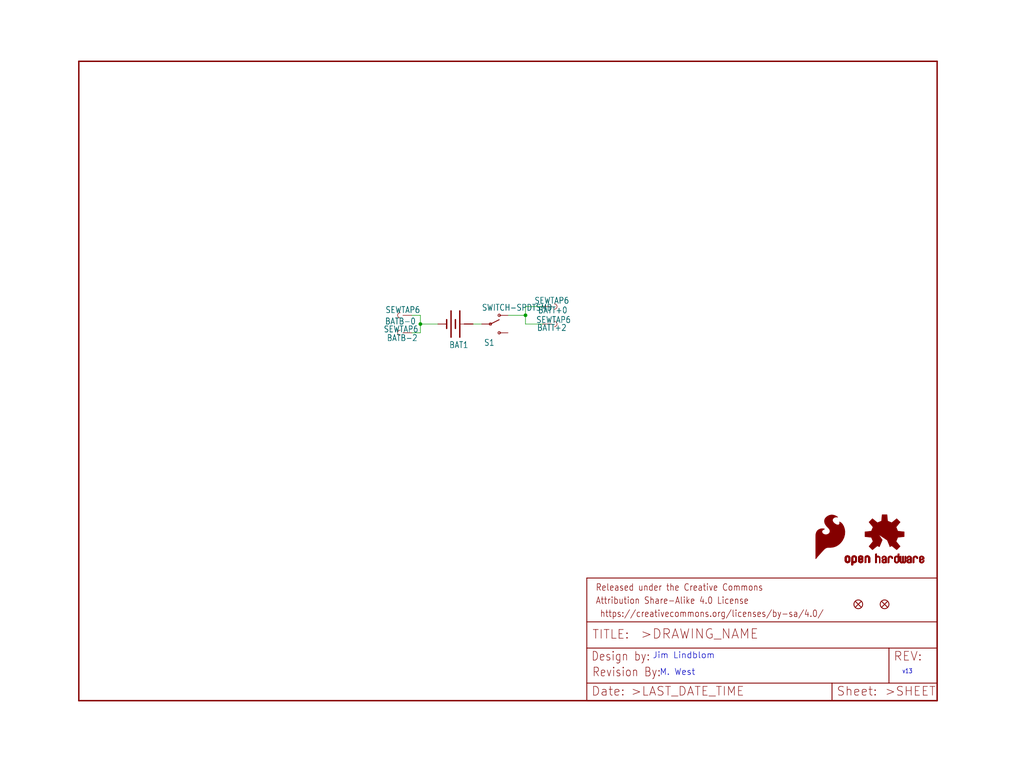
<source format=kicad_sch>
(kicad_sch (version 20211123) (generator eeschema)
  (paper "User" 297.002 223.926)
  (lib_symbols
    (symbol "eagleSchem-eagle-import:BATTERY20MM_4LEGS"
      (property "Reference" "BAT" (at -3.81 5.08 0))
      (property "Value" "BATTERY20MM_4LEGS" (at -3.81 -6.35 0))
      (symbol "BATTERY20MM_4LEGS_1_0"
        (pin power_in line (at 5.08 0 180) (length 2.54) (name "-") (number "NEGATIVE"))
        (pin power_in line (at -5.08 0 0) (length 2.54) (name "+") (number "POSITIVE@1"))
        (pin power_in line (at -5.08 0 0) (length 2.54) (name "+") (number "POSITIVE@2"))
        (pin power_in line (at -5.08 0 0) (length 2.54) (name "+") (number "POSITIVE@3"))
        (pin power_in line (at -5.08 0 0) (length 2.54) (name "+") (number "POSITIVE@4"))
      )
    )
    (symbol "eagleSchem-eagle-import:FIDUCIALUFIDUCIAL")
    (symbol "eagleSchem-eagle-import:FRAME-LETTER"
      (symbol "FRAME-LETTER_2_0"
        (text " https://creativecommons.org/licenses/by-sa/4.0/" (at 2.54 24.13 0) (effects (font (size 1.9304 1.6408)) (justify left bottom)))
        (text ">DRAWING_NAME" (at 15.494 17.78 0) (effects (font (size 2.7432 2.7432)) (justify left bottom)))
        (text ">LAST_DATE_TIME" (at 12.7 1.27 0) (effects (font (size 2.54 2.54)) (justify left bottom)))
        (text ">SHEET" (at 86.36 1.27 0) (effects (font (size 2.54 2.54)) (justify left bottom)))
        (text "Attribution Share-Alike 4.0 License" (at 2.54 27.94 0) (effects (font (size 1.9304 1.6408)) (justify left bottom)))
        (text "Date:" (at 1.27 1.27 0) (effects (font (size 2.54 2.54)) (justify left bottom)))
        (text "Design by:" (at 1.27 11.43 0) (effects (font (size 2.54 2.159)) (justify left bottom)))
        (text "Released under the Creative Commons" (at 2.54 31.75 0) (effects (font (size 1.9304 1.6408)) (justify left bottom)))
        (text "REV:" (at 88.9 11.43 0) (effects (font (size 2.54 2.54)) (justify left bottom)))
        (text "Sheet:" (at 72.39 1.27 0) (effects (font (size 2.54 2.54)) (justify left bottom)))
        (text "TITLE:" (at 1.524 17.78 0) (effects (font (size 2.54 2.54)) (justify left bottom)))
      )
    )
    (symbol "eagleSchem-eagle-import:OSHW-LOGOS")
    (symbol "eagleSchem-eagle-import:REVISION"
      (symbol "REVISION_1_0"
        (text "Revision By: " (at 0 0 0) (effects (font (size 2.54 2.159)) (justify left bottom)))
      )
    )
    (symbol "eagleSchem-eagle-import:SEWTAP6"
      (property "Reference" "JP" (at -2.54 2.54 0))
      (property "Value" "SEWTAP6" (at -2.54 -5.08 0))
      (symbol "SEWTAP6_1_0"
        (pin bidirectional line (at -2.54 0 180) (length 0) (name "1") (number "1"))
      )
    )
    (symbol "eagleSchem-eagle-import:SFE_LOGO_FLAME.1_INCH")
    (symbol "eagleSchem-eagle-import:SWITCH-SPDTSMD"
      (property "Reference" "S" (at -1.905 -6.35 0))
      (property "Value" "SWITCH-SPDTSMD" (at -2.54 3.81 0))
      (symbol "SWITCH-SPDTSMD_1_0"
        (pin passive line (at 5.08 2.54 180) (length 2.54) (name "O") (number "1"))
        (pin passive line (at -2.54 0 0) (length 2.54) (name "P") (number "2"))
        (pin passive line (at 5.08 -2.54 180) (length 2.54) (name "S") (number "3"))
      )
    )
  )
  (junction (at 121.92 93.98))
  (junction (at 152.4 91.44))
  (wire (pts (xy 157.48 93.98) (xy 152.4 93.98)))
  (wire (pts (xy 152.4 93.98) (xy 152.4 91.44)))
  (wire (pts (xy 121.92 93.98) (xy 121.92 96.52)))
  (wire (pts (xy 121.92 91.44) (xy 121.92 93.98)))
  (wire (pts (xy 127 93.98) (xy 121.92 93.98)))
  (wire (pts (xy 121.92 96.52) (xy 119.38 96.52)))
  (wire (pts (xy 137.16 93.98) (xy 139.7 93.98)))
  (wire (pts (xy 152.4 88.9) (xy 157.48 88.9)))
  (wire (pts (xy 119.38 91.44) (xy 121.92 91.44)))
  (wire (pts (xy 147.32 91.44) (xy 152.4 91.44)))
  (wire (pts (xy 152.4 91.44) (xy 152.4 88.9)))
  (text "Jim Lindblom" (at 189.23 191.262 180) (effects (font (size 1.778 1.778)) (justify left bottom)))
  (text "v13" (at 261.62 195.58 180) (effects (font (size 1.27 1.0795)) (justify left bottom)))
  (text "M. West" (at 191.262 196.088 180) (effects (font (size 1.778 1.778)) (justify left bottom)))
  (symbol (lib_id "eagleSchem-eagle-import:SFE_LOGO_FLAME.1_INCH") (at 236.22 162.56 0) (unit 1)
    (property "Reference" "LOGO1" (effects hide))
    (property "Value" "SFE_LOGO_FLAME.1_INCH" (effects hide))
    (property "Footprint" "eagleSchem:SFE_LOGO_FLAME_.1" (effects hide))
  )
  (symbol (lib_id "eagleSchem-eagle-import:FRAME-LETTER") (at 22.86 203.2 0) (unit 1)
    (property "Reference" "FRAME1" (effects hide))
    (property "Value" "FRAME-LETTER" (effects hide))
    (property "Footprint" "eagleSchem:CREATIVE_COMMONS" (effects hide))
  )
  (symbol (lib_id "eagleSchem-eagle-import:SEWTAP6") (at 116.84 96.52 180) (unit 1)
    (property "Reference" "BATB-2" (at 121.158 97.028 0) (effects (font (size 1.778 1.5113)) (justify left bottom)))
    (property "Value" "SEWTAP6" (at 121.412 94.488 0) (effects (font (size 1.778 1.5113)) (justify left bottom)))
    (property "Footprint" "eagleSchem:PETAL-SMALL-2SIDE" (effects hide))
  )
  (symbol (lib_id "eagleSchem-eagle-import:FIDUCIALUFIDUCIAL") (at 256.54 175.26 0) (unit 1)
    (property "Reference" "FD2" (effects hide))
    (property "Value" "FIDUCIALUFIDUCIAL" (effects hide))
    (property "Footprint" "eagleSchem:MICRO-FIDUCIAL" (effects hide))
  )
  (symbol (lib_id "eagleSchem-eagle-import:SEWTAP6") (at 160.02 88.9 0) (unit 1)
    (property "Reference" "BATT+0" (at 155.956 90.932 0) (effects (font (size 1.778 1.5113)) (justify left bottom)))
    (property "Value" "SEWTAP6" (at 154.94 88.138 0) (effects (font (size 1.778 1.5113)) (justify left bottom)))
    (property "Footprint" "eagleSchem:PETAL-SMALL-2SIDE" (effects hide))
  )
  (symbol (lib_id "eagleSchem-eagle-import:SEWTAP6") (at 160.02 93.98 0) (unit 1)
    (property "Reference" "BATT+2" (at 155.702 96.012 0) (effects (font (size 1.778 1.5113)) (justify left bottom)))
    (property "Value" "SEWTAP6" (at 155.448 93.726 0) (effects (font (size 1.778 1.5113)) (justify left bottom)))
    (property "Footprint" "eagleSchem:PETAL-SMALL-2SIDE" (effects hide))
  )
  (symbol (lib_id "eagleSchem-eagle-import:SWITCH-SPDTSMD") (at 142.24 93.98 0) (unit 1)
    (property "Reference" "S1" (at 140.335 100.33 0) (effects (font (size 1.778 1.5113)) (justify left bottom)))
    (property "Value" "SWITCH-SPDTSMD" (at 139.7 90.17 0) (effects (font (size 1.778 1.5113)) (justify left bottom)))
    (property "Footprint" "eagleSchem:AYZ0202" (effects hide))
  )
  (symbol (lib_id "eagleSchem-eagle-import:OSHW-LOGOS") (at 256.54 154.94 0) (unit 1)
    (property "Reference" "LOGO2" (effects hide))
    (property "Value" "OSHW-LOGOS" (effects hide))
    (property "Footprint" "eagleSchem:OSHW-LOGO-S" (effects hide))
  )
  (symbol (lib_id "eagleSchem-eagle-import:SEWTAP6") (at 116.84 91.44 180) (unit 1)
    (property "Reference" "BATB-0" (at 120.65 92.202 0) (effects (font (size 1.778 1.5113)) (justify left bottom)))
    (property "Value" "SEWTAP6" (at 121.92 88.9 0) (effects (font (size 1.778 1.5113)) (justify left bottom)))
    (property "Footprint" "eagleSchem:PETAL-SMALL-2SIDE" (effects hide))
  )
  (symbol (lib_id "eagleSchem-eagle-import:FRAME-LETTER") (at 170.18 203.2 0) (unit 2)
    (property "Reference" "FRAME1" (effects hide))
    (property "Value" "FRAME-LETTER" (effects hide))
    (property "Footprint" "eagleSchem:CREATIVE_COMMONS" (effects hide))
  )
  (symbol (lib_id "eagleSchem-eagle-import:BATTERY20MM_4LEGS") (at 132.08 93.98 180) (unit 1)
    (property "Reference" "BAT1" (at 135.89 99.06 0) (effects (font (size 1.778 1.5113)) (justify left bottom)))
    (property "Value" "20mm coincell" (effects hide))
    (property "Footprint" "eagleSchem:BATTCON_20MM_4LEGS" (effects hide))
  )
  (symbol (lib_id "eagleSchem-eagle-import:FIDUCIALUFIDUCIAL") (at 248.92 175.26 0) (unit 1)
    (property "Reference" "FD1" (effects hide))
    (property "Value" "FIDUCIALUFIDUCIAL" (effects hide))
    (property "Footprint" "eagleSchem:MICRO-FIDUCIAL" (effects hide))
  )
  (symbol (lib_id "eagleSchem-eagle-import:REVISION") (at 171.704 196.342 0) (unit 1)
    (property "Reference" "U$1" (effects hide))
    (property "Value" "REVISION" (effects hide))
    (property "Footprint" "eagleSchem:REVISION" (effects hide))
  )
)
</source>
